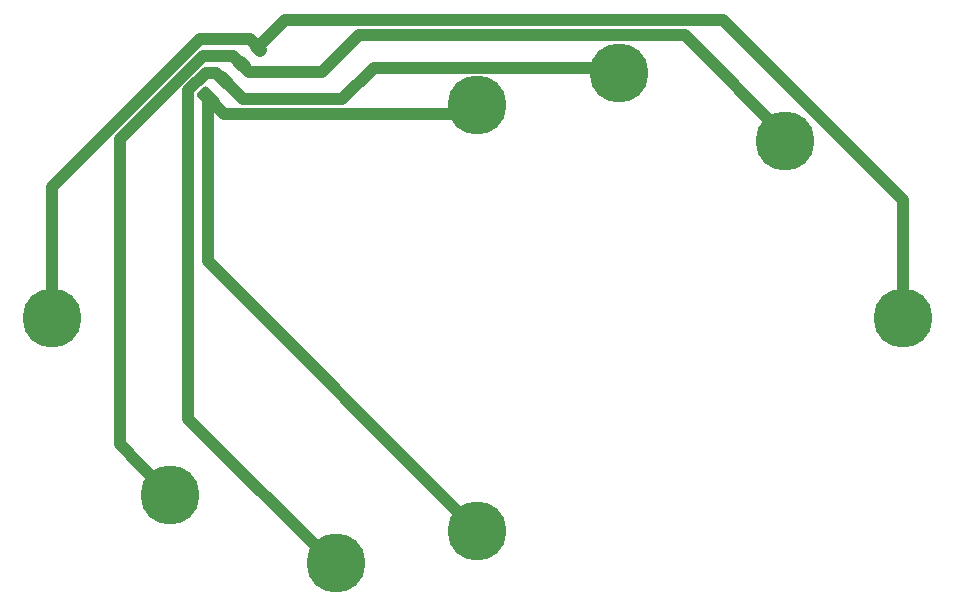
<source format=gbr>
G04 #@! TF.GenerationSoftware,KiCad,Pcbnew,(5.0.2)-1*
G04 #@! TF.CreationDate,2019-06-21T17:09:31-07:00*
G04 #@! TF.ProjectId,slip_ring_rotor,736c6970-5f72-4696-9e67-5f726f746f72,rev?*
G04 #@! TF.SameCoordinates,Original*
G04 #@! TF.FileFunction,Copper,L1,Top*
G04 #@! TF.FilePolarity,Positive*
%FSLAX46Y46*%
G04 Gerber Fmt 4.6, Leading zero omitted, Abs format (unit mm)*
G04 Created by KiCad (PCBNEW (5.0.2)-1) date 6/21/2019 5:09:31 PM*
%MOMM*%
%LPD*%
G01*
G04 APERTURE LIST*
G04 #@! TA.AperFunction,ComponentPad*
%ADD10C,1.200000*%
G04 #@! TD*
G04 #@! TA.AperFunction,Conductor*
%ADD11C,1.200000*%
G04 #@! TD*
G04 #@! TA.AperFunction,Conductor*
%ADD12C,0.100000*%
G04 #@! TD*
G04 #@! TA.AperFunction,BGAPad,CuDef*
%ADD13C,5.000000*%
G04 #@! TD*
G04 #@! TA.AperFunction,Conductor*
%ADD14C,1.000000*%
G04 #@! TD*
G04 APERTURE END LIST*
D10*
G04 #@! TO.P,J1,4*
G04 #@! TO.N,Net-(J1-Pad4)*
X-18585786Y22914214D03*
D11*
G04 #@! TD*
G04 #@! TO.N,Net-(J1-Pad4)*
G04 #@! TO.C,J1*
X-18780240Y23108668D02*
X-18391332Y22719760D01*
D10*
G04 #@! TO.P,J1,3*
G04 #@! TO.N,Net-(J1-Pad3)*
X-20000000Y21500000D03*
D11*
G04 #@! TD*
G04 #@! TO.N,Net-(J1-Pad3)*
G04 #@! TO.C,J1*
X-20194454Y21694454D02*
X-19805546Y21305546D01*
D10*
G04 #@! TO.P,J1,2*
G04 #@! TO.N,Net-(J1-Pad2)*
X-21414213Y20085787D03*
D11*
G04 #@! TD*
G04 #@! TO.N,Net-(J1-Pad2)*
G04 #@! TO.C,J1*
X-21608667Y20280241D02*
X-21219759Y19891333D01*
D12*
G04 #@! TO.N,Net-(J1-Pad1)*
G04 #@! TO.C,J1*
G36*
X-22998377Y19609799D02*
X-22974109Y19606199D01*
X-22950310Y19600238D01*
X-22927211Y19591973D01*
X-22905032Y19581483D01*
X-22883989Y19568871D01*
X-22864283Y19554256D01*
X-22846105Y19537780D01*
X-21962220Y18653895D01*
X-21945744Y18635717D01*
X-21931129Y18616011D01*
X-21918517Y18594968D01*
X-21908027Y18572789D01*
X-21899762Y18549690D01*
X-21893801Y18525891D01*
X-21890201Y18501623D01*
X-21888997Y18477119D01*
X-21890201Y18452615D01*
X-21893801Y18428347D01*
X-21899762Y18404548D01*
X-21908027Y18381449D01*
X-21918517Y18359270D01*
X-21931129Y18338227D01*
X-21945744Y18318521D01*
X-21962220Y18300343D01*
X-22457197Y17805366D01*
X-22475375Y17788890D01*
X-22495081Y17774275D01*
X-22516124Y17761663D01*
X-22538303Y17751173D01*
X-22561402Y17742908D01*
X-22585201Y17736947D01*
X-22609469Y17733347D01*
X-22633973Y17732143D01*
X-22658477Y17733347D01*
X-22682745Y17736947D01*
X-22706544Y17742908D01*
X-22729643Y17751173D01*
X-22751822Y17761663D01*
X-22772865Y17774275D01*
X-22792571Y17788890D01*
X-22810749Y17805366D01*
X-23694634Y18689251D01*
X-23711110Y18707429D01*
X-23725725Y18727135D01*
X-23738337Y18748178D01*
X-23748827Y18770357D01*
X-23757092Y18793456D01*
X-23763053Y18817255D01*
X-23766653Y18841523D01*
X-23767857Y18866027D01*
X-23766653Y18890531D01*
X-23763053Y18914799D01*
X-23757092Y18938598D01*
X-23748827Y18961697D01*
X-23738337Y18983876D01*
X-23725725Y19004919D01*
X-23711110Y19024625D01*
X-23694634Y19042803D01*
X-23199657Y19537780D01*
X-23181479Y19554256D01*
X-23161773Y19568871D01*
X-23140730Y19581483D01*
X-23118551Y19591973D01*
X-23095452Y19600238D01*
X-23071653Y19606199D01*
X-23047385Y19609799D01*
X-23022881Y19611003D01*
X-22998377Y19609799D01*
X-22998377Y19609799D01*
G37*
D10*
G04 #@! TD*
G04 #@! TO.P,J1,1*
G04 #@! TO.N,Net-(J1-Pad1)*
X-22828427Y18671573D03*
D13*
G04 #@! TO.P,U1,4*
G04 #@! TO.N,Net-(J1-Pad4)*
X-36000000Y0D03*
G04 #@! TO.P,U1,3*
G04 #@! TO.N,Net-(J1-Pad3)*
X-26000000Y-15000000D03*
G04 #@! TO.P,U1,2*
G04 #@! TO.N,Net-(J1-Pad2)*
X-12000000Y-20750000D03*
G04 #@! TO.P,U1,1*
G04 #@! TO.N,Net-(J1-Pad1)*
X0Y-18000000D03*
X0Y18000000D03*
G04 #@! TO.P,U1,2*
G04 #@! TO.N,Net-(J1-Pad2)*
X12000000Y20750000D03*
G04 #@! TO.P,U1,3*
G04 #@! TO.N,Net-(J1-Pad3)*
X26000000Y15000000D03*
G04 #@! TO.P,U1,4*
G04 #@! TO.N,Net-(J1-Pad4)*
X36000000Y0D03*
G04 #@! TD*
D14*
G04 #@! TO.N,Net-(J1-Pad1)*
X-22828427Y18671573D02*
X-22828427Y4828427D01*
X-22828427Y4828427D02*
X0Y-18000000D01*
X-22828427Y18671573D02*
X-21456843Y17299989D01*
X-700011Y17299989D02*
X-17855Y17982145D01*
X-21456843Y17299989D02*
X-700011Y17299989D01*
G04 #@! TO.N,Net-(J1-Pad2)*
X-24467867Y19259535D02*
X-24467867Y-8532133D01*
X-22103641Y20775215D02*
X-22952187Y20775215D01*
X-21414213Y20085787D02*
X-22103641Y20775215D01*
X-22952187Y20775215D02*
X-24467867Y19259535D01*
X-24467867Y-8532133D02*
X-12000000Y-21000000D01*
X-19828426Y18500000D02*
X-11500000Y18500000D01*
X-21414213Y20085787D02*
X-19828426Y18500000D01*
X-8799999Y21200001D02*
X11299999Y21200001D01*
X-11500000Y18500000D02*
X-8799999Y21200001D01*
X11299999Y21200001D02*
X12000000Y20500000D01*
G04 #@! TO.N,Net-(J1-Pad3)*
X-23235045Y22189428D02*
X-30300001Y15124472D01*
X-20000000Y21500000D02*
X-20689428Y22189428D01*
X-30300001Y-10699999D02*
X-28499999Y-12500001D01*
X-20689428Y22189428D02*
X-23235045Y22189428D01*
X-28499999Y-12500001D02*
X-26000000Y-15000000D01*
X-30300001Y15124472D02*
X-30300001Y-10699999D01*
X-19310572Y20810572D02*
X-13189428Y20810572D01*
X-20000000Y21500000D02*
X-19310572Y20810572D01*
X-10049999Y23950001D02*
X17549999Y23950001D01*
X-13189428Y20810572D02*
X-10049999Y23950001D01*
X17549999Y23950001D02*
X26500000Y15000000D01*
G04 #@! TO.N,Net-(J1-Pad4)*
X36000000Y10000000D02*
X36000000Y3535533D01*
X36000000Y3535533D02*
X36000000Y0D01*
X-18585786Y22914214D02*
X-16299991Y25200009D01*
X-16299991Y25200009D02*
X20799991Y25200009D01*
X20799991Y25200009D02*
X36000000Y10000000D01*
X-36000000Y11121544D02*
X-36000000Y3535533D01*
X-23517902Y23603642D02*
X-36000000Y11121544D01*
X-18585786Y22914214D02*
X-19275214Y23603642D01*
X-36000000Y3535533D02*
X-36000000Y0D01*
X-19275214Y23603642D02*
X-23517902Y23603642D01*
G04 #@! TD*
M02*

</source>
